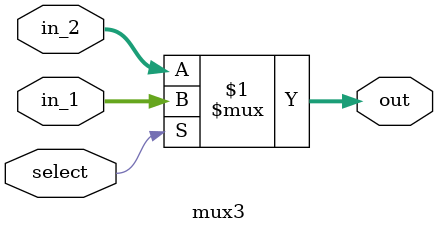
<source format=v>
`timescale 1ns / 1ps
module mux3(
	in_1,
	in_2,
	select,
	out
    );

input [31:0] in_1;
input [31:0]in_2;
input select;
output [31:0] out;

assign out = (select) ? in_1 : in_2;

endmodule

</source>
